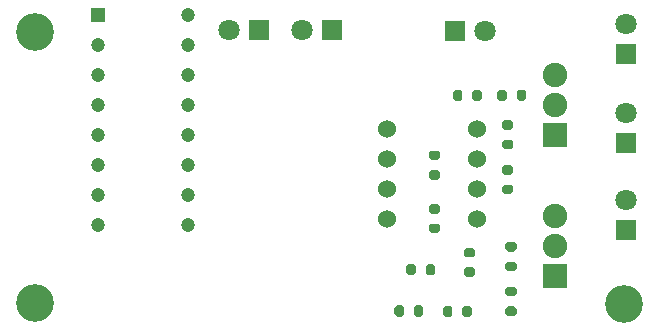
<source format=gbs>
%TF.GenerationSoftware,KiCad,Pcbnew,(5.1.10)-1*%
%TF.CreationDate,2021-11-25T10:26:18+01:00*%
%TF.ProjectId,POWER_BOARD,504f5745-525f-4424-9f41-52442e6b6963,V01*%
%TF.SameCoordinates,Original*%
%TF.FileFunction,Soldermask,Bot*%
%TF.FilePolarity,Negative*%
%FSLAX46Y46*%
G04 Gerber Fmt 4.6, Leading zero omitted, Abs format (unit mm)*
G04 Created by KiCad (PCBNEW (5.1.10)-1) date 2021-11-25 10:26:18*
%MOMM*%
%LPD*%
G01*
G04 APERTURE LIST*
%ADD10C,3.200000*%
%ADD11C,1.524000*%
%ADD12R,1.200000X1.200000*%
%ADD13C,1.200000*%
%ADD14R,1.800000X1.800000*%
%ADD15C,1.800000*%
%ADD16C,2.070000*%
%ADD17R,2.070000X2.070000*%
G04 APERTURE END LIST*
D10*
%TO.C,REF\u002A\u002A*%
X148520400Y-106455400D03*
%TD*%
%TO.C,REF\u002A\u002A*%
X98584000Y-83443000D03*
%TD*%
%TO.C,REF\u002A\u002A*%
X98634800Y-106353800D03*
%TD*%
D11*
%TO.C,U3*%
X136049000Y-99216400D03*
X136049000Y-96676400D03*
X136049000Y-94136400D03*
X136049000Y-91596400D03*
X128429000Y-91596400D03*
X128429000Y-94136400D03*
X128429000Y-96676400D03*
X128429000Y-99216400D03*
%TD*%
%TO.C,R2*%
G36*
G01*
X138644200Y-106638600D02*
X139194200Y-106638600D01*
G75*
G02*
X139394200Y-106838600I0J-200000D01*
G01*
X139394200Y-107238600D01*
G75*
G02*
X139194200Y-107438600I-200000J0D01*
G01*
X138644200Y-107438600D01*
G75*
G02*
X138444200Y-107238600I0J200000D01*
G01*
X138444200Y-106838600D01*
G75*
G02*
X138644200Y-106638600I200000J0D01*
G01*
G37*
G36*
G01*
X138644200Y-104988600D02*
X139194200Y-104988600D01*
G75*
G02*
X139394200Y-105188600I0J-200000D01*
G01*
X139394200Y-105588600D01*
G75*
G02*
X139194200Y-105788600I-200000J0D01*
G01*
X138644200Y-105788600D01*
G75*
G02*
X138444200Y-105588600I0J200000D01*
G01*
X138444200Y-105188600D01*
G75*
G02*
X138644200Y-104988600I200000J0D01*
G01*
G37*
%TD*%
%TO.C,R3*%
G36*
G01*
X138364800Y-96326200D02*
X138914800Y-96326200D01*
G75*
G02*
X139114800Y-96526200I0J-200000D01*
G01*
X139114800Y-96926200D01*
G75*
G02*
X138914800Y-97126200I-200000J0D01*
G01*
X138364800Y-97126200D01*
G75*
G02*
X138164800Y-96926200I0J200000D01*
G01*
X138164800Y-96526200D01*
G75*
G02*
X138364800Y-96326200I200000J0D01*
G01*
G37*
G36*
G01*
X138364800Y-94676200D02*
X138914800Y-94676200D01*
G75*
G02*
X139114800Y-94876200I0J-200000D01*
G01*
X139114800Y-95276200D01*
G75*
G02*
X138914800Y-95476200I-200000J0D01*
G01*
X138364800Y-95476200D01*
G75*
G02*
X138164800Y-95276200I0J200000D01*
G01*
X138164800Y-94876200D01*
G75*
G02*
X138364800Y-94676200I200000J0D01*
G01*
G37*
%TD*%
%TO.C,R4*%
G36*
G01*
X138644200Y-101204000D02*
X139194200Y-101204000D01*
G75*
G02*
X139394200Y-101404000I0J-200000D01*
G01*
X139394200Y-101804000D01*
G75*
G02*
X139194200Y-102004000I-200000J0D01*
G01*
X138644200Y-102004000D01*
G75*
G02*
X138444200Y-101804000I0J200000D01*
G01*
X138444200Y-101404000D01*
G75*
G02*
X138644200Y-101204000I200000J0D01*
G01*
G37*
G36*
G01*
X138644200Y-102854000D02*
X139194200Y-102854000D01*
G75*
G02*
X139394200Y-103054000I0J-200000D01*
G01*
X139394200Y-103454000D01*
G75*
G02*
X139194200Y-103654000I-200000J0D01*
G01*
X138644200Y-103654000D01*
G75*
G02*
X138444200Y-103454000I0J200000D01*
G01*
X138444200Y-103054000D01*
G75*
G02*
X138644200Y-102854000I200000J0D01*
G01*
G37*
%TD*%
%TO.C,R5*%
G36*
G01*
X138364800Y-90891600D02*
X138914800Y-90891600D01*
G75*
G02*
X139114800Y-91091600I0J-200000D01*
G01*
X139114800Y-91491600D01*
G75*
G02*
X138914800Y-91691600I-200000J0D01*
G01*
X138364800Y-91691600D01*
G75*
G02*
X138164800Y-91491600I0J200000D01*
G01*
X138164800Y-91091600D01*
G75*
G02*
X138364800Y-90891600I200000J0D01*
G01*
G37*
G36*
G01*
X138364800Y-92541600D02*
X138914800Y-92541600D01*
G75*
G02*
X139114800Y-92741600I0J-200000D01*
G01*
X139114800Y-93141600D01*
G75*
G02*
X138914800Y-93341600I-200000J0D01*
G01*
X138364800Y-93341600D01*
G75*
G02*
X138164800Y-93141600I0J200000D01*
G01*
X138164800Y-92741600D01*
G75*
G02*
X138364800Y-92541600I200000J0D01*
G01*
G37*
%TD*%
%TO.C,R8*%
G36*
G01*
X134809800Y-107340000D02*
X134809800Y-106790000D01*
G75*
G02*
X135009800Y-106590000I200000J0D01*
G01*
X135409800Y-106590000D01*
G75*
G02*
X135609800Y-106790000I0J-200000D01*
G01*
X135609800Y-107340000D01*
G75*
G02*
X135409800Y-107540000I-200000J0D01*
G01*
X135009800Y-107540000D01*
G75*
G02*
X134809800Y-107340000I0J200000D01*
G01*
G37*
G36*
G01*
X133159800Y-107340000D02*
X133159800Y-106790000D01*
G75*
G02*
X133359800Y-106590000I200000J0D01*
G01*
X133759800Y-106590000D01*
G75*
G02*
X133959800Y-106790000I0J-200000D01*
G01*
X133959800Y-107340000D01*
G75*
G02*
X133759800Y-107540000I-200000J0D01*
G01*
X133359800Y-107540000D01*
G75*
G02*
X133159800Y-107340000I0J200000D01*
G01*
G37*
%TD*%
%TO.C,R9*%
G36*
G01*
X129052100Y-107310600D02*
X129052100Y-106760600D01*
G75*
G02*
X129252100Y-106560600I200000J0D01*
G01*
X129652100Y-106560600D01*
G75*
G02*
X129852100Y-106760600I0J-200000D01*
G01*
X129852100Y-107310600D01*
G75*
G02*
X129652100Y-107510600I-200000J0D01*
G01*
X129252100Y-107510600D01*
G75*
G02*
X129052100Y-107310600I0J200000D01*
G01*
G37*
G36*
G01*
X130702100Y-107310600D02*
X130702100Y-106760600D01*
G75*
G02*
X130902100Y-106560600I200000J0D01*
G01*
X131302100Y-106560600D01*
G75*
G02*
X131502100Y-106760600I0J-200000D01*
G01*
X131502100Y-107310600D01*
G75*
G02*
X131302100Y-107510600I-200000J0D01*
G01*
X130902100Y-107510600D01*
G75*
G02*
X130702100Y-107310600I0J200000D01*
G01*
G37*
%TD*%
%TO.C,R10*%
G36*
G01*
X139407200Y-89052000D02*
X139407200Y-88502000D01*
G75*
G02*
X139607200Y-88302000I200000J0D01*
G01*
X140007200Y-88302000D01*
G75*
G02*
X140207200Y-88502000I0J-200000D01*
G01*
X140207200Y-89052000D01*
G75*
G02*
X140007200Y-89252000I-200000J0D01*
G01*
X139607200Y-89252000D01*
G75*
G02*
X139407200Y-89052000I0J200000D01*
G01*
G37*
G36*
G01*
X137757200Y-89052000D02*
X137757200Y-88502000D01*
G75*
G02*
X137957200Y-88302000I200000J0D01*
G01*
X138357200Y-88302000D01*
G75*
G02*
X138557200Y-88502000I0J-200000D01*
G01*
X138557200Y-89052000D01*
G75*
G02*
X138357200Y-89252000I-200000J0D01*
G01*
X137957200Y-89252000D01*
G75*
G02*
X137757200Y-89052000I0J200000D01*
G01*
G37*
%TD*%
%TO.C,R11*%
G36*
G01*
X133999000Y-89052000D02*
X133999000Y-88502000D01*
G75*
G02*
X134199000Y-88302000I200000J0D01*
G01*
X134599000Y-88302000D01*
G75*
G02*
X134799000Y-88502000I0J-200000D01*
G01*
X134799000Y-89052000D01*
G75*
G02*
X134599000Y-89252000I-200000J0D01*
G01*
X134199000Y-89252000D01*
G75*
G02*
X133999000Y-89052000I0J200000D01*
G01*
G37*
G36*
G01*
X135649000Y-89052000D02*
X135649000Y-88502000D01*
G75*
G02*
X135849000Y-88302000I200000J0D01*
G01*
X136249000Y-88302000D01*
G75*
G02*
X136449000Y-88502000I0J-200000D01*
G01*
X136449000Y-89052000D01*
G75*
G02*
X136249000Y-89252000I-200000J0D01*
G01*
X135849000Y-89252000D01*
G75*
G02*
X135649000Y-89052000I0J200000D01*
G01*
G37*
%TD*%
%TO.C,R14*%
G36*
G01*
X135139000Y-101686600D02*
X135689000Y-101686600D01*
G75*
G02*
X135889000Y-101886600I0J-200000D01*
G01*
X135889000Y-102286600D01*
G75*
G02*
X135689000Y-102486600I-200000J0D01*
G01*
X135139000Y-102486600D01*
G75*
G02*
X134939000Y-102286600I0J200000D01*
G01*
X134939000Y-101886600D01*
G75*
G02*
X135139000Y-101686600I200000J0D01*
G01*
G37*
G36*
G01*
X135139000Y-103336600D02*
X135689000Y-103336600D01*
G75*
G02*
X135889000Y-103536600I0J-200000D01*
G01*
X135889000Y-103936600D01*
G75*
G02*
X135689000Y-104136600I-200000J0D01*
G01*
X135139000Y-104136600D01*
G75*
G02*
X134939000Y-103936600I0J200000D01*
G01*
X134939000Y-103536600D01*
G75*
G02*
X135139000Y-103336600I200000J0D01*
G01*
G37*
%TD*%
%TO.C,R15*%
G36*
G01*
X130861000Y-103259400D02*
X130861000Y-103809400D01*
G75*
G02*
X130661000Y-104009400I-200000J0D01*
G01*
X130261000Y-104009400D01*
G75*
G02*
X130061000Y-103809400I0J200000D01*
G01*
X130061000Y-103259400D01*
G75*
G02*
X130261000Y-103059400I200000J0D01*
G01*
X130661000Y-103059400D01*
G75*
G02*
X130861000Y-103259400I0J-200000D01*
G01*
G37*
G36*
G01*
X132511000Y-103259400D02*
X132511000Y-103809400D01*
G75*
G02*
X132311000Y-104009400I-200000J0D01*
G01*
X131911000Y-104009400D01*
G75*
G02*
X131711000Y-103809400I0J200000D01*
G01*
X131711000Y-103259400D01*
G75*
G02*
X131911000Y-103059400I200000J0D01*
G01*
X132311000Y-103059400D01*
G75*
G02*
X132511000Y-103259400I0J-200000D01*
G01*
G37*
%TD*%
%TO.C,R16*%
G36*
G01*
X132167200Y-97978200D02*
X132717200Y-97978200D01*
G75*
G02*
X132917200Y-98178200I0J-200000D01*
G01*
X132917200Y-98578200D01*
G75*
G02*
X132717200Y-98778200I-200000J0D01*
G01*
X132167200Y-98778200D01*
G75*
G02*
X131967200Y-98578200I0J200000D01*
G01*
X131967200Y-98178200D01*
G75*
G02*
X132167200Y-97978200I200000J0D01*
G01*
G37*
G36*
G01*
X132167200Y-99628200D02*
X132717200Y-99628200D01*
G75*
G02*
X132917200Y-99828200I0J-200000D01*
G01*
X132917200Y-100228200D01*
G75*
G02*
X132717200Y-100428200I-200000J0D01*
G01*
X132167200Y-100428200D01*
G75*
G02*
X131967200Y-100228200I0J200000D01*
G01*
X131967200Y-99828200D01*
G75*
G02*
X132167200Y-99628200I200000J0D01*
G01*
G37*
%TD*%
%TO.C,R17*%
G36*
G01*
X132167200Y-95108000D02*
X132717200Y-95108000D01*
G75*
G02*
X132917200Y-95308000I0J-200000D01*
G01*
X132917200Y-95708000D01*
G75*
G02*
X132717200Y-95908000I-200000J0D01*
G01*
X132167200Y-95908000D01*
G75*
G02*
X131967200Y-95708000I0J200000D01*
G01*
X131967200Y-95308000D01*
G75*
G02*
X132167200Y-95108000I200000J0D01*
G01*
G37*
G36*
G01*
X132167200Y-93458000D02*
X132717200Y-93458000D01*
G75*
G02*
X132917200Y-93658000I0J-200000D01*
G01*
X132917200Y-94058000D01*
G75*
G02*
X132717200Y-94258000I-200000J0D01*
G01*
X132167200Y-94258000D01*
G75*
G02*
X131967200Y-94058000I0J200000D01*
G01*
X131967200Y-93658000D01*
G75*
G02*
X132167200Y-93458000I200000J0D01*
G01*
G37*
%TD*%
D12*
%TO.C,IC1*%
X103918000Y-81995200D03*
D13*
X103918000Y-84535200D03*
X103918000Y-87075200D03*
X103918000Y-89615200D03*
X103918000Y-92155200D03*
X103918000Y-94695200D03*
X103918000Y-97235200D03*
X103918000Y-99775200D03*
X111538000Y-99775200D03*
X111538000Y-97235200D03*
X111538000Y-94695200D03*
X111538000Y-92155200D03*
X111538000Y-89615200D03*
X111538000Y-87075200D03*
X111538000Y-84535200D03*
X111538000Y-81995200D03*
%TD*%
D14*
%TO.C,J2*%
X148647400Y-85297200D03*
D15*
X148647400Y-82757200D03*
%TD*%
%TO.C,J3*%
X148647400Y-97616200D03*
D14*
X148647400Y-100156200D03*
%TD*%
%TO.C,J4*%
X148698200Y-92841000D03*
D15*
X148698200Y-90301000D03*
%TD*%
%TO.C,J5*%
X121215400Y-83265200D03*
D14*
X123755400Y-83265200D03*
%TD*%
%TO.C,J6*%
X117583200Y-83265200D03*
D15*
X115043200Y-83265200D03*
%TD*%
%TO.C,J7*%
X136734800Y-83316000D03*
D14*
X134194800Y-83316000D03*
%TD*%
D16*
%TO.C,Q1*%
X142653000Y-99013200D03*
X142653000Y-101553200D03*
D17*
X142653000Y-104093200D03*
%TD*%
%TO.C,Q2*%
X142653000Y-92155200D03*
D16*
X142653000Y-89615200D03*
X142653000Y-87075200D03*
%TD*%
M02*

</source>
